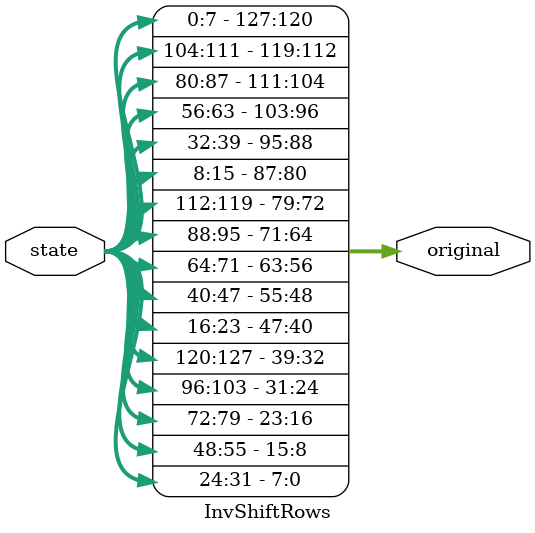
<source format=v>
module InvShiftRows
(
 input  [0:127] state,
 output wire [0:127] original
);

assign original[0:7] = state [0:7];
assign original[32:39] = state [32:39];
assign original[64:71] = state [64:71];
assign original[96:103] = state [96:103];

assign original[8:15] = state [104:111];
assign original[40:47] = state [8:15];
assign original[72:79] = state [40:47];
assign original[104:111] = state [72:79];

assign original[16:23] = state [80:87];
assign original[48:55] = state [112:119];
assign original[80:87] = state [16:23];
assign original[112:119] = state [48:55];

assign original[24:31] = state [56:63];
assign original[56:63] = state [88:95];
assign original[88:95] = state [120:127];
assign original[120:127] = state [24:31];




endmodule 
</source>
